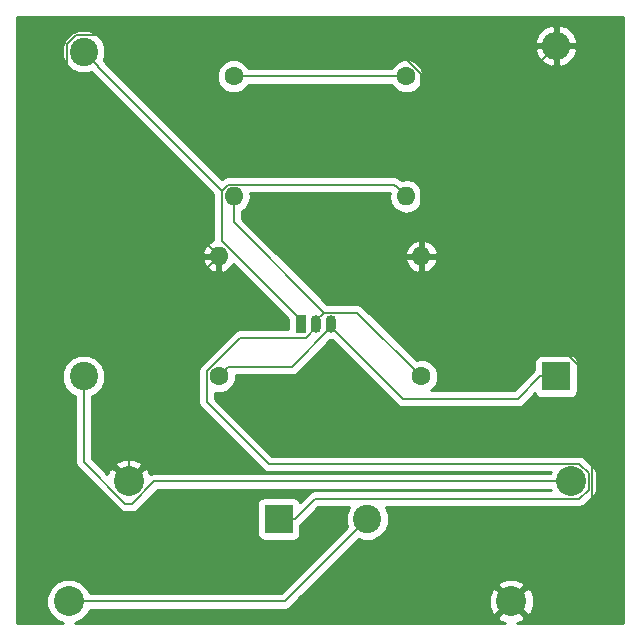
<source format=gbr>
G04 #@! TF.FileFunction,Copper,L1,Top,Signal*
%FSLAX46Y46*%
G04 Gerber Fmt 4.6, Leading zero omitted, Abs format (unit mm)*
G04 Created by KiCad (PCBNEW 4.0.5) date 05/24/17 23:08:23*
%MOMM*%
%LPD*%
G01*
G04 APERTURE LIST*
%ADD10C,0.100000*%
%ADD11C,1.600000*%
%ADD12O,1.600000X1.600000*%
%ADD13C,2.400000*%
%ADD14R,2.400000X2.400000*%
%ADD15O,2.400000X2.400000*%
%ADD16C,2.540000*%
%ADD17O,0.900000X1.500000*%
%ADD18R,0.900000X1.500000*%
%ADD19C,0.150000*%
%ADD20C,0.254000*%
G04 APERTURE END LIST*
D10*
D11*
X159385000Y-72390000D03*
D12*
X159385000Y-82550000D03*
D13*
X132080000Y-97790000D03*
X132080000Y-70290000D03*
D11*
X143510000Y-97790000D03*
D12*
X143510000Y-87630000D03*
D14*
X148590000Y-109855000D03*
D13*
X156090000Y-109855000D03*
D14*
X172085000Y-97790000D03*
D15*
X172085000Y-69790000D03*
D16*
X130810000Y-116840000D03*
X135890000Y-106680000D03*
X173355000Y-106680000D03*
X168275000Y-116840000D03*
D17*
X151765000Y-93345000D03*
X153035000Y-93345000D03*
D18*
X150495000Y-93345000D03*
D11*
X144780000Y-72390000D03*
D12*
X144780000Y-82550000D03*
D11*
X160655000Y-97790000D03*
D12*
X160655000Y-87630000D03*
D19*
X151765000Y-93345000D02*
X151765000Y-93645000D01*
X151765000Y-93645000D02*
X150883922Y-94526078D01*
X149940000Y-109855000D02*
X148590000Y-109855000D01*
X150883922Y-94526078D02*
X145293920Y-94526078D01*
X145293920Y-94526078D02*
X142509999Y-97309999D01*
X142509999Y-97309999D02*
X142509999Y-99964999D01*
X142509999Y-99964999D02*
X147754999Y-105209999D01*
X174060601Y-105209999D02*
X174825001Y-105974399D01*
X147754999Y-105209999D02*
X174060601Y-105209999D01*
X174825001Y-105974399D02*
X174825001Y-107385601D01*
X174825001Y-107385601D02*
X174060601Y-108150001D01*
X174060601Y-108150001D02*
X151644999Y-108150001D01*
X151644999Y-108150001D02*
X149940000Y-109855000D01*
X144780000Y-82550000D02*
X144780000Y-84759980D01*
X144780000Y-84759980D02*
X152415010Y-92394990D01*
X160655000Y-97790000D02*
X155259990Y-92394990D01*
X155259990Y-92394990D02*
X152415010Y-92394990D01*
X152415010Y-92394990D02*
X151765000Y-93045000D01*
X151765000Y-93045000D02*
X151765000Y-93345000D01*
X130810000Y-116840000D02*
X149105000Y-116840000D01*
X149105000Y-116840000D02*
X156090000Y-109855000D01*
X143510000Y-97790000D02*
X144309999Y-96990001D01*
X144309999Y-96990001D02*
X149689999Y-96990001D01*
X149689999Y-96990001D02*
X153035000Y-93645000D01*
X153035000Y-93645000D02*
X153035000Y-93345000D01*
X159085000Y-99695000D02*
X168830000Y-99695000D01*
X168830000Y-99695000D02*
X170735000Y-97790000D01*
X170735000Y-97790000D02*
X172085000Y-97790000D01*
X153035000Y-93645000D02*
X159085000Y-99695000D01*
X153035000Y-93045000D02*
X153035000Y-93345000D01*
X143510000Y-87630000D02*
X130679999Y-74799999D01*
X130679999Y-74799999D02*
X130679999Y-69617999D01*
X130679999Y-69617999D02*
X131407999Y-68889999D01*
X131407999Y-68889999D02*
X157365001Y-68889999D01*
X157365001Y-68889999D02*
X160655000Y-72179998D01*
X160655000Y-72179998D02*
X160655000Y-81220000D01*
X160655000Y-87630000D02*
X164685002Y-87630000D01*
X169544999Y-115570001D02*
X168275000Y-116840000D01*
X164685002Y-87630000D02*
X175100011Y-98045009D01*
X175100011Y-98045009D02*
X175100011Y-110014989D01*
X175100011Y-110014989D02*
X169544999Y-115570001D01*
X160655000Y-87630000D02*
X160655000Y-81220000D01*
X160655000Y-81220000D02*
X172085000Y-69790000D01*
X143510000Y-87630000D02*
X135890000Y-95250000D01*
X135890000Y-95250000D02*
X135890000Y-106680000D01*
X135619398Y-108585000D02*
X136160602Y-108585000D01*
X136160602Y-108585000D02*
X138065602Y-106680000D01*
X171558949Y-106680000D02*
X173355000Y-106680000D01*
X138065602Y-106680000D02*
X171558949Y-106680000D01*
X132080000Y-97790000D02*
X132080000Y-105045602D01*
X132080000Y-105045602D02*
X135619398Y-108585000D01*
X132080000Y-70290000D02*
X133279999Y-71489999D01*
X133279999Y-71489999D02*
X133279999Y-71569999D01*
X133279999Y-71569999D02*
X143779999Y-82069999D01*
X150495000Y-93345000D02*
X150495000Y-93045000D01*
X150495000Y-93045000D02*
X143779999Y-86329999D01*
X143779999Y-86329999D02*
X143779999Y-82069999D01*
X143779999Y-82069999D02*
X144299999Y-81549999D01*
X144299999Y-81549999D02*
X158384999Y-81549999D01*
X158384999Y-81549999D02*
X158585001Y-81750001D01*
X158585001Y-81750001D02*
X159385000Y-82550000D01*
X144780000Y-72390000D02*
X159385000Y-72390000D01*
D20*
G36*
X177750000Y-118695000D02*
X168798839Y-118695000D01*
X169311480Y-118482657D01*
X169443172Y-118187777D01*
X168275000Y-117019605D01*
X167106828Y-118187777D01*
X167238520Y-118482657D01*
X167791664Y-118695000D01*
X131309073Y-118695000D01*
X131887686Y-118455922D01*
X132424039Y-117920505D01*
X132577886Y-117550000D01*
X149105000Y-117550000D01*
X149376705Y-117495954D01*
X149607046Y-117342046D01*
X150438056Y-116511036D01*
X166360739Y-116511036D01*
X166380564Y-117268632D01*
X166632343Y-117876480D01*
X166927223Y-118008172D01*
X168095395Y-116840000D01*
X168454605Y-116840000D01*
X169622777Y-118008172D01*
X169917657Y-117876480D01*
X170189261Y-117168964D01*
X170169436Y-116411368D01*
X169917657Y-115803520D01*
X169622777Y-115671828D01*
X168454605Y-116840000D01*
X168095395Y-116840000D01*
X166927223Y-115671828D01*
X166632343Y-115803520D01*
X166360739Y-116511036D01*
X150438056Y-116511036D01*
X151456869Y-115492223D01*
X167106828Y-115492223D01*
X168275000Y-116660395D01*
X169443172Y-115492223D01*
X169311480Y-115197343D01*
X168603964Y-114925739D01*
X167846368Y-114945564D01*
X167238520Y-115197343D01*
X167106828Y-115492223D01*
X151456869Y-115492223D01*
X155395546Y-111553546D01*
X155723395Y-111689681D01*
X156453403Y-111690318D01*
X157128086Y-111411545D01*
X157644730Y-110895801D01*
X157924681Y-110221605D01*
X157925318Y-109491597D01*
X157664348Y-108860001D01*
X174060601Y-108860001D01*
X174332306Y-108805955D01*
X174562647Y-108652047D01*
X175327047Y-107887647D01*
X175480955Y-107657306D01*
X175535001Y-107385601D01*
X175535001Y-105974399D01*
X175480955Y-105702694D01*
X175327047Y-105472353D01*
X174562647Y-104707953D01*
X174332306Y-104554045D01*
X174060601Y-104499999D01*
X148049091Y-104499999D01*
X143219999Y-99670907D01*
X143219999Y-99223376D01*
X143223309Y-99224750D01*
X143794187Y-99225248D01*
X144321800Y-99007243D01*
X144725824Y-98603923D01*
X144944750Y-98076691D01*
X144945079Y-97700001D01*
X149689999Y-97700001D01*
X149961704Y-97645955D01*
X150192045Y-97492047D01*
X152944883Y-94739209D01*
X153035000Y-94757134D01*
X153125117Y-94739209D01*
X158582954Y-100197046D01*
X158813295Y-100350954D01*
X159085000Y-100405000D01*
X168830000Y-100405000D01*
X169101705Y-100350954D01*
X169332046Y-100197046D01*
X170290427Y-99238665D01*
X170420910Y-99441441D01*
X170633110Y-99586431D01*
X170885000Y-99637440D01*
X173285000Y-99637440D01*
X173520317Y-99593162D01*
X173736441Y-99454090D01*
X173881431Y-99241890D01*
X173932440Y-98990000D01*
X173932440Y-96590000D01*
X173888162Y-96354683D01*
X173749090Y-96138559D01*
X173536890Y-95993569D01*
X173285000Y-95942560D01*
X170885000Y-95942560D01*
X170649683Y-95986838D01*
X170433559Y-96125910D01*
X170288569Y-96338110D01*
X170237560Y-96590000D01*
X170237560Y-97284876D01*
X170232954Y-97287954D01*
X168535908Y-98985000D01*
X161489082Y-98985000D01*
X161870824Y-98603923D01*
X162089750Y-98076691D01*
X162090248Y-97505813D01*
X161872243Y-96978200D01*
X161468923Y-96574176D01*
X160941691Y-96355250D01*
X160370813Y-96354752D01*
X160266815Y-96397723D01*
X155762036Y-91892944D01*
X155531695Y-91739036D01*
X155259990Y-91684990D01*
X152709102Y-91684990D01*
X149003153Y-87979041D01*
X159263086Y-87979041D01*
X159502611Y-88485134D01*
X159917577Y-88861041D01*
X160305961Y-89021904D01*
X160528000Y-88899915D01*
X160528000Y-87757000D01*
X160782000Y-87757000D01*
X160782000Y-88899915D01*
X161004039Y-89021904D01*
X161392423Y-88861041D01*
X161807389Y-88485134D01*
X162046914Y-87979041D01*
X161925629Y-87757000D01*
X160782000Y-87757000D01*
X160528000Y-87757000D01*
X159384371Y-87757000D01*
X159263086Y-87979041D01*
X149003153Y-87979041D01*
X148305071Y-87280959D01*
X159263086Y-87280959D01*
X159384371Y-87503000D01*
X160528000Y-87503000D01*
X160528000Y-86360085D01*
X160782000Y-86360085D01*
X160782000Y-87503000D01*
X161925629Y-87503000D01*
X162046914Y-87280959D01*
X161807389Y-86774866D01*
X161392423Y-86398959D01*
X161004039Y-86238096D01*
X160782000Y-86360085D01*
X160528000Y-86360085D01*
X160305961Y-86238096D01*
X159917577Y-86398959D01*
X159502611Y-86774866D01*
X159263086Y-87280959D01*
X148305071Y-87280959D01*
X145490000Y-84465888D01*
X145490000Y-83796404D01*
X145794698Y-83592811D01*
X146105767Y-83127264D01*
X146215000Y-82578113D01*
X146215000Y-82521887D01*
X146162907Y-82259999D01*
X158002093Y-82259999D01*
X157950000Y-82521887D01*
X157950000Y-82578113D01*
X158059233Y-83127264D01*
X158370302Y-83592811D01*
X158835849Y-83903880D01*
X159385000Y-84013113D01*
X159934151Y-83903880D01*
X160399698Y-83592811D01*
X160710767Y-83127264D01*
X160820000Y-82578113D01*
X160820000Y-82521887D01*
X160710767Y-81972736D01*
X160399698Y-81507189D01*
X159934151Y-81196120D01*
X159385000Y-81086887D01*
X159002135Y-81163044D01*
X158887045Y-81047953D01*
X158656704Y-80894045D01*
X158384999Y-80839999D01*
X144299999Y-80839999D01*
X144028294Y-80894045D01*
X143797953Y-81047953D01*
X143779999Y-81065907D01*
X135388279Y-72674187D01*
X143344752Y-72674187D01*
X143562757Y-73201800D01*
X143966077Y-73605824D01*
X144493309Y-73824750D01*
X145064187Y-73825248D01*
X145591800Y-73607243D01*
X145995824Y-73203923D01*
X146038977Y-73100000D01*
X158125694Y-73100000D01*
X158167757Y-73201800D01*
X158571077Y-73605824D01*
X159098309Y-73824750D01*
X159669187Y-73825248D01*
X160196800Y-73607243D01*
X160600824Y-73203923D01*
X160819750Y-72676691D01*
X160820248Y-72105813D01*
X160602243Y-71578200D01*
X160198923Y-71174176D01*
X159671691Y-70955250D01*
X159100813Y-70954752D01*
X158573200Y-71172757D01*
X158169176Y-71576077D01*
X158126023Y-71680000D01*
X146039306Y-71680000D01*
X145997243Y-71578200D01*
X145593923Y-71174176D01*
X145066691Y-70955250D01*
X144495813Y-70954752D01*
X143968200Y-71172757D01*
X143564176Y-71576077D01*
X143345250Y-72103309D01*
X143344752Y-72674187D01*
X135388279Y-72674187D01*
X133936839Y-71222747D01*
X133935953Y-71218294D01*
X133782045Y-70987953D01*
X133778546Y-70984454D01*
X133914681Y-70656605D01*
X133915077Y-70201807D01*
X170296797Y-70201807D01*
X170590508Y-70854776D01*
X171111742Y-71345642D01*
X171673195Y-71578195D01*
X171958000Y-71461432D01*
X171958000Y-69917000D01*
X172212000Y-69917000D01*
X172212000Y-71461432D01*
X172496805Y-71578195D01*
X173058258Y-71345642D01*
X173579492Y-70854776D01*
X173873203Y-70201807D01*
X173756858Y-69917000D01*
X172212000Y-69917000D01*
X171958000Y-69917000D01*
X170413142Y-69917000D01*
X170296797Y-70201807D01*
X133915077Y-70201807D01*
X133915318Y-69926597D01*
X133688723Y-69378193D01*
X170296797Y-69378193D01*
X170413142Y-69663000D01*
X171958000Y-69663000D01*
X171958000Y-68118568D01*
X172212000Y-68118568D01*
X172212000Y-69663000D01*
X173756858Y-69663000D01*
X173873203Y-69378193D01*
X173579492Y-68725224D01*
X173058258Y-68234358D01*
X172496805Y-68001805D01*
X172212000Y-68118568D01*
X171958000Y-68118568D01*
X171673195Y-68001805D01*
X171111742Y-68234358D01*
X170590508Y-68725224D01*
X170296797Y-69378193D01*
X133688723Y-69378193D01*
X133636545Y-69251914D01*
X133120801Y-68735270D01*
X132446605Y-68455319D01*
X131716597Y-68454682D01*
X131041914Y-68733455D01*
X130525270Y-69249199D01*
X130245319Y-69923395D01*
X130244682Y-70653403D01*
X130523455Y-71328086D01*
X131039199Y-71844730D01*
X131713395Y-72124681D01*
X132443403Y-72125318D01*
X132733467Y-72005466D01*
X132777953Y-72072045D01*
X143069999Y-82364091D01*
X143069999Y-86275771D01*
X142772577Y-86398959D01*
X142357611Y-86774866D01*
X142118086Y-87280959D01*
X142239371Y-87503000D01*
X143383000Y-87503000D01*
X143383000Y-87483000D01*
X143637000Y-87483000D01*
X143637000Y-87503000D01*
X143657000Y-87503000D01*
X143657000Y-87757000D01*
X143637000Y-87757000D01*
X143637000Y-88899915D01*
X143859039Y-89021904D01*
X144247423Y-88861041D01*
X144662389Y-88485134D01*
X144748692Y-88302784D01*
X149397560Y-92951651D01*
X149397560Y-93816078D01*
X145293920Y-93816078D01*
X145022215Y-93870124D01*
X144791874Y-94024032D01*
X142007953Y-96807953D01*
X141854045Y-97038294D01*
X141799999Y-97309999D01*
X141799999Y-99964999D01*
X141854045Y-100236704D01*
X142007953Y-100467045D01*
X147252953Y-105712045D01*
X147483294Y-105865953D01*
X147754999Y-105919999D01*
X171607877Y-105919999D01*
X171587114Y-105970000D01*
X138065602Y-105970000D01*
X137793897Y-106024046D01*
X137712738Y-106078274D01*
X137532657Y-105643520D01*
X137237777Y-105511828D01*
X136069605Y-106680000D01*
X136083748Y-106694143D01*
X135904143Y-106873748D01*
X135890000Y-106859605D01*
X135875858Y-106873748D01*
X135696253Y-106694143D01*
X135710395Y-106680000D01*
X134542223Y-105511828D01*
X134247343Y-105643520D01*
X134090522Y-106052032D01*
X133370713Y-105332223D01*
X134721828Y-105332223D01*
X135890000Y-106500395D01*
X137058172Y-105332223D01*
X136926480Y-105037343D01*
X136218964Y-104765739D01*
X135461368Y-104785564D01*
X134853520Y-105037343D01*
X134721828Y-105332223D01*
X133370713Y-105332223D01*
X132790000Y-104751510D01*
X132790000Y-99482107D01*
X133118086Y-99346545D01*
X133634730Y-98830801D01*
X133914681Y-98156605D01*
X133915318Y-97426597D01*
X133636545Y-96751914D01*
X133120801Y-96235270D01*
X132446605Y-95955319D01*
X131716597Y-95954682D01*
X131041914Y-96233455D01*
X130525270Y-96749199D01*
X130245319Y-97423395D01*
X130244682Y-98153403D01*
X130523455Y-98828086D01*
X131039199Y-99344730D01*
X131370000Y-99482091D01*
X131370000Y-105045602D01*
X131424046Y-105317307D01*
X131577954Y-105547648D01*
X135117352Y-109087046D01*
X135347693Y-109240954D01*
X135619398Y-109295001D01*
X135619403Y-109295000D01*
X136160602Y-109295000D01*
X136432307Y-109240954D01*
X136662648Y-109087046D01*
X138359694Y-107390000D01*
X171587153Y-107390000D01*
X171607813Y-107440001D01*
X151644999Y-107440001D01*
X151373294Y-107494047D01*
X151142953Y-107647955D01*
X150384573Y-108406335D01*
X150254090Y-108203559D01*
X150041890Y-108058569D01*
X149790000Y-108007560D01*
X147390000Y-108007560D01*
X147154683Y-108051838D01*
X146938559Y-108190910D01*
X146793569Y-108403110D01*
X146742560Y-108655000D01*
X146742560Y-111055000D01*
X146786838Y-111290317D01*
X146925910Y-111506441D01*
X147138110Y-111651431D01*
X147390000Y-111702440D01*
X149790000Y-111702440D01*
X150025317Y-111658162D01*
X150241441Y-111519090D01*
X150386431Y-111306890D01*
X150437440Y-111055000D01*
X150437440Y-110360124D01*
X150442046Y-110357046D01*
X151939091Y-108860001D01*
X154516251Y-108860001D01*
X154255319Y-109488395D01*
X154254682Y-110218403D01*
X154391465Y-110549443D01*
X148810908Y-116130000D01*
X132577847Y-116130000D01*
X132425922Y-115762314D01*
X131890505Y-115225961D01*
X131190590Y-114935332D01*
X130432735Y-114934670D01*
X129732314Y-115224078D01*
X129195961Y-115759495D01*
X128905332Y-116459410D01*
X128904670Y-117217265D01*
X129194078Y-117917686D01*
X129729495Y-118454039D01*
X130309796Y-118695000D01*
X126415000Y-118695000D01*
X126415000Y-87979041D01*
X142118086Y-87979041D01*
X142357611Y-88485134D01*
X142772577Y-88861041D01*
X143160961Y-89021904D01*
X143383000Y-88899915D01*
X143383000Y-87757000D01*
X142239371Y-87757000D01*
X142118086Y-87979041D01*
X126415000Y-87979041D01*
X126415000Y-67360000D01*
X177750000Y-67360000D01*
X177750000Y-118695000D01*
X177750000Y-118695000D01*
G37*
X177750000Y-118695000D02*
X168798839Y-118695000D01*
X169311480Y-118482657D01*
X169443172Y-118187777D01*
X168275000Y-117019605D01*
X167106828Y-118187777D01*
X167238520Y-118482657D01*
X167791664Y-118695000D01*
X131309073Y-118695000D01*
X131887686Y-118455922D01*
X132424039Y-117920505D01*
X132577886Y-117550000D01*
X149105000Y-117550000D01*
X149376705Y-117495954D01*
X149607046Y-117342046D01*
X150438056Y-116511036D01*
X166360739Y-116511036D01*
X166380564Y-117268632D01*
X166632343Y-117876480D01*
X166927223Y-118008172D01*
X168095395Y-116840000D01*
X168454605Y-116840000D01*
X169622777Y-118008172D01*
X169917657Y-117876480D01*
X170189261Y-117168964D01*
X170169436Y-116411368D01*
X169917657Y-115803520D01*
X169622777Y-115671828D01*
X168454605Y-116840000D01*
X168095395Y-116840000D01*
X166927223Y-115671828D01*
X166632343Y-115803520D01*
X166360739Y-116511036D01*
X150438056Y-116511036D01*
X151456869Y-115492223D01*
X167106828Y-115492223D01*
X168275000Y-116660395D01*
X169443172Y-115492223D01*
X169311480Y-115197343D01*
X168603964Y-114925739D01*
X167846368Y-114945564D01*
X167238520Y-115197343D01*
X167106828Y-115492223D01*
X151456869Y-115492223D01*
X155395546Y-111553546D01*
X155723395Y-111689681D01*
X156453403Y-111690318D01*
X157128086Y-111411545D01*
X157644730Y-110895801D01*
X157924681Y-110221605D01*
X157925318Y-109491597D01*
X157664348Y-108860001D01*
X174060601Y-108860001D01*
X174332306Y-108805955D01*
X174562647Y-108652047D01*
X175327047Y-107887647D01*
X175480955Y-107657306D01*
X175535001Y-107385601D01*
X175535001Y-105974399D01*
X175480955Y-105702694D01*
X175327047Y-105472353D01*
X174562647Y-104707953D01*
X174332306Y-104554045D01*
X174060601Y-104499999D01*
X148049091Y-104499999D01*
X143219999Y-99670907D01*
X143219999Y-99223376D01*
X143223309Y-99224750D01*
X143794187Y-99225248D01*
X144321800Y-99007243D01*
X144725824Y-98603923D01*
X144944750Y-98076691D01*
X144945079Y-97700001D01*
X149689999Y-97700001D01*
X149961704Y-97645955D01*
X150192045Y-97492047D01*
X152944883Y-94739209D01*
X153035000Y-94757134D01*
X153125117Y-94739209D01*
X158582954Y-100197046D01*
X158813295Y-100350954D01*
X159085000Y-100405000D01*
X168830000Y-100405000D01*
X169101705Y-100350954D01*
X169332046Y-100197046D01*
X170290427Y-99238665D01*
X170420910Y-99441441D01*
X170633110Y-99586431D01*
X170885000Y-99637440D01*
X173285000Y-99637440D01*
X173520317Y-99593162D01*
X173736441Y-99454090D01*
X173881431Y-99241890D01*
X173932440Y-98990000D01*
X173932440Y-96590000D01*
X173888162Y-96354683D01*
X173749090Y-96138559D01*
X173536890Y-95993569D01*
X173285000Y-95942560D01*
X170885000Y-95942560D01*
X170649683Y-95986838D01*
X170433559Y-96125910D01*
X170288569Y-96338110D01*
X170237560Y-96590000D01*
X170237560Y-97284876D01*
X170232954Y-97287954D01*
X168535908Y-98985000D01*
X161489082Y-98985000D01*
X161870824Y-98603923D01*
X162089750Y-98076691D01*
X162090248Y-97505813D01*
X161872243Y-96978200D01*
X161468923Y-96574176D01*
X160941691Y-96355250D01*
X160370813Y-96354752D01*
X160266815Y-96397723D01*
X155762036Y-91892944D01*
X155531695Y-91739036D01*
X155259990Y-91684990D01*
X152709102Y-91684990D01*
X149003153Y-87979041D01*
X159263086Y-87979041D01*
X159502611Y-88485134D01*
X159917577Y-88861041D01*
X160305961Y-89021904D01*
X160528000Y-88899915D01*
X160528000Y-87757000D01*
X160782000Y-87757000D01*
X160782000Y-88899915D01*
X161004039Y-89021904D01*
X161392423Y-88861041D01*
X161807389Y-88485134D01*
X162046914Y-87979041D01*
X161925629Y-87757000D01*
X160782000Y-87757000D01*
X160528000Y-87757000D01*
X159384371Y-87757000D01*
X159263086Y-87979041D01*
X149003153Y-87979041D01*
X148305071Y-87280959D01*
X159263086Y-87280959D01*
X159384371Y-87503000D01*
X160528000Y-87503000D01*
X160528000Y-86360085D01*
X160782000Y-86360085D01*
X160782000Y-87503000D01*
X161925629Y-87503000D01*
X162046914Y-87280959D01*
X161807389Y-86774866D01*
X161392423Y-86398959D01*
X161004039Y-86238096D01*
X160782000Y-86360085D01*
X160528000Y-86360085D01*
X160305961Y-86238096D01*
X159917577Y-86398959D01*
X159502611Y-86774866D01*
X159263086Y-87280959D01*
X148305071Y-87280959D01*
X145490000Y-84465888D01*
X145490000Y-83796404D01*
X145794698Y-83592811D01*
X146105767Y-83127264D01*
X146215000Y-82578113D01*
X146215000Y-82521887D01*
X146162907Y-82259999D01*
X158002093Y-82259999D01*
X157950000Y-82521887D01*
X157950000Y-82578113D01*
X158059233Y-83127264D01*
X158370302Y-83592811D01*
X158835849Y-83903880D01*
X159385000Y-84013113D01*
X159934151Y-83903880D01*
X160399698Y-83592811D01*
X160710767Y-83127264D01*
X160820000Y-82578113D01*
X160820000Y-82521887D01*
X160710767Y-81972736D01*
X160399698Y-81507189D01*
X159934151Y-81196120D01*
X159385000Y-81086887D01*
X159002135Y-81163044D01*
X158887045Y-81047953D01*
X158656704Y-80894045D01*
X158384999Y-80839999D01*
X144299999Y-80839999D01*
X144028294Y-80894045D01*
X143797953Y-81047953D01*
X143779999Y-81065907D01*
X135388279Y-72674187D01*
X143344752Y-72674187D01*
X143562757Y-73201800D01*
X143966077Y-73605824D01*
X144493309Y-73824750D01*
X145064187Y-73825248D01*
X145591800Y-73607243D01*
X145995824Y-73203923D01*
X146038977Y-73100000D01*
X158125694Y-73100000D01*
X158167757Y-73201800D01*
X158571077Y-73605824D01*
X159098309Y-73824750D01*
X159669187Y-73825248D01*
X160196800Y-73607243D01*
X160600824Y-73203923D01*
X160819750Y-72676691D01*
X160820248Y-72105813D01*
X160602243Y-71578200D01*
X160198923Y-71174176D01*
X159671691Y-70955250D01*
X159100813Y-70954752D01*
X158573200Y-71172757D01*
X158169176Y-71576077D01*
X158126023Y-71680000D01*
X146039306Y-71680000D01*
X145997243Y-71578200D01*
X145593923Y-71174176D01*
X145066691Y-70955250D01*
X144495813Y-70954752D01*
X143968200Y-71172757D01*
X143564176Y-71576077D01*
X143345250Y-72103309D01*
X143344752Y-72674187D01*
X135388279Y-72674187D01*
X133936839Y-71222747D01*
X133935953Y-71218294D01*
X133782045Y-70987953D01*
X133778546Y-70984454D01*
X133914681Y-70656605D01*
X133915077Y-70201807D01*
X170296797Y-70201807D01*
X170590508Y-70854776D01*
X171111742Y-71345642D01*
X171673195Y-71578195D01*
X171958000Y-71461432D01*
X171958000Y-69917000D01*
X172212000Y-69917000D01*
X172212000Y-71461432D01*
X172496805Y-71578195D01*
X173058258Y-71345642D01*
X173579492Y-70854776D01*
X173873203Y-70201807D01*
X173756858Y-69917000D01*
X172212000Y-69917000D01*
X171958000Y-69917000D01*
X170413142Y-69917000D01*
X170296797Y-70201807D01*
X133915077Y-70201807D01*
X133915318Y-69926597D01*
X133688723Y-69378193D01*
X170296797Y-69378193D01*
X170413142Y-69663000D01*
X171958000Y-69663000D01*
X171958000Y-68118568D01*
X172212000Y-68118568D01*
X172212000Y-69663000D01*
X173756858Y-69663000D01*
X173873203Y-69378193D01*
X173579492Y-68725224D01*
X173058258Y-68234358D01*
X172496805Y-68001805D01*
X172212000Y-68118568D01*
X171958000Y-68118568D01*
X171673195Y-68001805D01*
X171111742Y-68234358D01*
X170590508Y-68725224D01*
X170296797Y-69378193D01*
X133688723Y-69378193D01*
X133636545Y-69251914D01*
X133120801Y-68735270D01*
X132446605Y-68455319D01*
X131716597Y-68454682D01*
X131041914Y-68733455D01*
X130525270Y-69249199D01*
X130245319Y-69923395D01*
X130244682Y-70653403D01*
X130523455Y-71328086D01*
X131039199Y-71844730D01*
X131713395Y-72124681D01*
X132443403Y-72125318D01*
X132733467Y-72005466D01*
X132777953Y-72072045D01*
X143069999Y-82364091D01*
X143069999Y-86275771D01*
X142772577Y-86398959D01*
X142357611Y-86774866D01*
X142118086Y-87280959D01*
X142239371Y-87503000D01*
X143383000Y-87503000D01*
X143383000Y-87483000D01*
X143637000Y-87483000D01*
X143637000Y-87503000D01*
X143657000Y-87503000D01*
X143657000Y-87757000D01*
X143637000Y-87757000D01*
X143637000Y-88899915D01*
X143859039Y-89021904D01*
X144247423Y-88861041D01*
X144662389Y-88485134D01*
X144748692Y-88302784D01*
X149397560Y-92951651D01*
X149397560Y-93816078D01*
X145293920Y-93816078D01*
X145022215Y-93870124D01*
X144791874Y-94024032D01*
X142007953Y-96807953D01*
X141854045Y-97038294D01*
X141799999Y-97309999D01*
X141799999Y-99964999D01*
X141854045Y-100236704D01*
X142007953Y-100467045D01*
X147252953Y-105712045D01*
X147483294Y-105865953D01*
X147754999Y-105919999D01*
X171607877Y-105919999D01*
X171587114Y-105970000D01*
X138065602Y-105970000D01*
X137793897Y-106024046D01*
X137712738Y-106078274D01*
X137532657Y-105643520D01*
X137237777Y-105511828D01*
X136069605Y-106680000D01*
X136083748Y-106694143D01*
X135904143Y-106873748D01*
X135890000Y-106859605D01*
X135875858Y-106873748D01*
X135696253Y-106694143D01*
X135710395Y-106680000D01*
X134542223Y-105511828D01*
X134247343Y-105643520D01*
X134090522Y-106052032D01*
X133370713Y-105332223D01*
X134721828Y-105332223D01*
X135890000Y-106500395D01*
X137058172Y-105332223D01*
X136926480Y-105037343D01*
X136218964Y-104765739D01*
X135461368Y-104785564D01*
X134853520Y-105037343D01*
X134721828Y-105332223D01*
X133370713Y-105332223D01*
X132790000Y-104751510D01*
X132790000Y-99482107D01*
X133118086Y-99346545D01*
X133634730Y-98830801D01*
X133914681Y-98156605D01*
X133915318Y-97426597D01*
X133636545Y-96751914D01*
X133120801Y-96235270D01*
X132446605Y-95955319D01*
X131716597Y-95954682D01*
X131041914Y-96233455D01*
X130525270Y-96749199D01*
X130245319Y-97423395D01*
X130244682Y-98153403D01*
X130523455Y-98828086D01*
X131039199Y-99344730D01*
X131370000Y-99482091D01*
X131370000Y-105045602D01*
X131424046Y-105317307D01*
X131577954Y-105547648D01*
X135117352Y-109087046D01*
X135347693Y-109240954D01*
X135619398Y-109295001D01*
X135619403Y-109295000D01*
X136160602Y-109295000D01*
X136432307Y-109240954D01*
X136662648Y-109087046D01*
X138359694Y-107390000D01*
X171587153Y-107390000D01*
X171607813Y-107440001D01*
X151644999Y-107440001D01*
X151373294Y-107494047D01*
X151142953Y-107647955D01*
X150384573Y-108406335D01*
X150254090Y-108203559D01*
X150041890Y-108058569D01*
X149790000Y-108007560D01*
X147390000Y-108007560D01*
X147154683Y-108051838D01*
X146938559Y-108190910D01*
X146793569Y-108403110D01*
X146742560Y-108655000D01*
X146742560Y-111055000D01*
X146786838Y-111290317D01*
X146925910Y-111506441D01*
X147138110Y-111651431D01*
X147390000Y-111702440D01*
X149790000Y-111702440D01*
X150025317Y-111658162D01*
X150241441Y-111519090D01*
X150386431Y-111306890D01*
X150437440Y-111055000D01*
X150437440Y-110360124D01*
X150442046Y-110357046D01*
X151939091Y-108860001D01*
X154516251Y-108860001D01*
X154255319Y-109488395D01*
X154254682Y-110218403D01*
X154391465Y-110549443D01*
X148810908Y-116130000D01*
X132577847Y-116130000D01*
X132425922Y-115762314D01*
X131890505Y-115225961D01*
X131190590Y-114935332D01*
X130432735Y-114934670D01*
X129732314Y-115224078D01*
X129195961Y-115759495D01*
X128905332Y-116459410D01*
X128904670Y-117217265D01*
X129194078Y-117917686D01*
X129729495Y-118454039D01*
X130309796Y-118695000D01*
X126415000Y-118695000D01*
X126415000Y-87979041D01*
X142118086Y-87979041D01*
X142357611Y-88485134D01*
X142772577Y-88861041D01*
X143160961Y-89021904D01*
X143383000Y-88899915D01*
X143383000Y-87757000D01*
X142239371Y-87757000D01*
X142118086Y-87979041D01*
X126415000Y-87979041D01*
X126415000Y-67360000D01*
X177750000Y-67360000D01*
X177750000Y-118695000D01*
M02*

</source>
